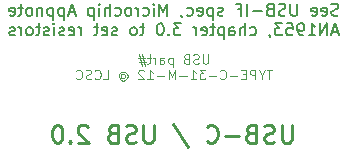
<source format=gbr>
G04 #@! TF.GenerationSoftware,KiCad,Pcbnew,(5.1.2-1)-1*
G04 #@! TF.CreationDate,2020-04-25T00:14:51+02:00*
G04 #@! TF.ProjectId,USB-C-USB-2.0,5553422d-432d-4555-9342-2d322e302e6b,rev?*
G04 #@! TF.SameCoordinates,Original*
G04 #@! TF.FileFunction,Legend,Bot*
G04 #@! TF.FilePolarity,Positive*
%FSLAX46Y46*%
G04 Gerber Fmt 4.6, Leading zero omitted, Abs format (unit mm)*
G04 Created by KiCad (PCBNEW (5.1.2-1)-1) date 2020-04-25 00:14:51*
%MOMM*%
%LPD*%
G04 APERTURE LIST*
%ADD10C,0.100000*%
%ADD11C,0.250000*%
%ADD12C,0.150000*%
G04 APERTURE END LIST*
D10*
X57514285Y-73711904D02*
X57514285Y-74359523D01*
X57476190Y-74435714D01*
X57438095Y-74473809D01*
X57361904Y-74511904D01*
X57209523Y-74511904D01*
X57133333Y-74473809D01*
X57095238Y-74435714D01*
X57057142Y-74359523D01*
X57057142Y-73711904D01*
X56714285Y-74473809D02*
X56600000Y-74511904D01*
X56409523Y-74511904D01*
X56333333Y-74473809D01*
X56295238Y-74435714D01*
X56257142Y-74359523D01*
X56257142Y-74283333D01*
X56295238Y-74207142D01*
X56333333Y-74169047D01*
X56409523Y-74130952D01*
X56561904Y-74092857D01*
X56638095Y-74054761D01*
X56676190Y-74016666D01*
X56714285Y-73940476D01*
X56714285Y-73864285D01*
X56676190Y-73788095D01*
X56638095Y-73750000D01*
X56561904Y-73711904D01*
X56371428Y-73711904D01*
X56257142Y-73750000D01*
X55647619Y-74092857D02*
X55533333Y-74130952D01*
X55495238Y-74169047D01*
X55457142Y-74245238D01*
X55457142Y-74359523D01*
X55495238Y-74435714D01*
X55533333Y-74473809D01*
X55609523Y-74511904D01*
X55914285Y-74511904D01*
X55914285Y-73711904D01*
X55647619Y-73711904D01*
X55571428Y-73750000D01*
X55533333Y-73788095D01*
X55495238Y-73864285D01*
X55495238Y-73940476D01*
X55533333Y-74016666D01*
X55571428Y-74054761D01*
X55647619Y-74092857D01*
X55914285Y-74092857D01*
X54504761Y-73978571D02*
X54504761Y-74778571D01*
X54504761Y-74016666D02*
X54428571Y-73978571D01*
X54276190Y-73978571D01*
X54200000Y-74016666D01*
X54161904Y-74054761D01*
X54123809Y-74130952D01*
X54123809Y-74359523D01*
X54161904Y-74435714D01*
X54200000Y-74473809D01*
X54276190Y-74511904D01*
X54428571Y-74511904D01*
X54504761Y-74473809D01*
X53438095Y-74511904D02*
X53438095Y-74092857D01*
X53476190Y-74016666D01*
X53552380Y-73978571D01*
X53704761Y-73978571D01*
X53780952Y-74016666D01*
X53438095Y-74473809D02*
X53514285Y-74511904D01*
X53704761Y-74511904D01*
X53780952Y-74473809D01*
X53819047Y-74397619D01*
X53819047Y-74321428D01*
X53780952Y-74245238D01*
X53704761Y-74207142D01*
X53514285Y-74207142D01*
X53438095Y-74169047D01*
X53057142Y-74511904D02*
X53057142Y-73978571D01*
X53057142Y-74130952D02*
X53019047Y-74054761D01*
X52980952Y-74016666D01*
X52904761Y-73978571D01*
X52828571Y-73978571D01*
X52676190Y-73978571D02*
X52371428Y-73978571D01*
X52561904Y-73711904D02*
X52561904Y-74397619D01*
X52523809Y-74473809D01*
X52447619Y-74511904D01*
X52371428Y-74511904D01*
X52142857Y-73978571D02*
X51571428Y-73978571D01*
X51914285Y-73635714D02*
X52142857Y-74664285D01*
X51647619Y-74321428D02*
X52219047Y-74321428D01*
X51876190Y-74664285D02*
X51647619Y-73635714D01*
X62923809Y-75011904D02*
X62466666Y-75011904D01*
X62695238Y-75811904D02*
X62695238Y-75011904D01*
X62047619Y-75430952D02*
X62047619Y-75811904D01*
X62314285Y-75011904D02*
X62047619Y-75430952D01*
X61780952Y-75011904D01*
X61514285Y-75811904D02*
X61514285Y-75011904D01*
X61209523Y-75011904D01*
X61133333Y-75050000D01*
X61095238Y-75088095D01*
X61057142Y-75164285D01*
X61057142Y-75278571D01*
X61095238Y-75354761D01*
X61133333Y-75392857D01*
X61209523Y-75430952D01*
X61514285Y-75430952D01*
X60714285Y-75392857D02*
X60447619Y-75392857D01*
X60333333Y-75811904D02*
X60714285Y-75811904D01*
X60714285Y-75011904D01*
X60333333Y-75011904D01*
X59990476Y-75507142D02*
X59380952Y-75507142D01*
X58542857Y-75735714D02*
X58580952Y-75773809D01*
X58695238Y-75811904D01*
X58771428Y-75811904D01*
X58885714Y-75773809D01*
X58961904Y-75697619D01*
X59000000Y-75621428D01*
X59038095Y-75469047D01*
X59038095Y-75354761D01*
X59000000Y-75202380D01*
X58961904Y-75126190D01*
X58885714Y-75050000D01*
X58771428Y-75011904D01*
X58695238Y-75011904D01*
X58580952Y-75050000D01*
X58542857Y-75088095D01*
X58200000Y-75507142D02*
X57590476Y-75507142D01*
X57285714Y-75011904D02*
X56790476Y-75011904D01*
X57057142Y-75316666D01*
X56942857Y-75316666D01*
X56866666Y-75354761D01*
X56828571Y-75392857D01*
X56790476Y-75469047D01*
X56790476Y-75659523D01*
X56828571Y-75735714D01*
X56866666Y-75773809D01*
X56942857Y-75811904D01*
X57171428Y-75811904D01*
X57247619Y-75773809D01*
X57285714Y-75735714D01*
X56028571Y-75811904D02*
X56485714Y-75811904D01*
X56257142Y-75811904D02*
X56257142Y-75011904D01*
X56333333Y-75126190D01*
X56409523Y-75202380D01*
X56485714Y-75240476D01*
X55685714Y-75507142D02*
X55076190Y-75507142D01*
X54695238Y-75811904D02*
X54695238Y-75011904D01*
X54428571Y-75583333D01*
X54161904Y-75011904D01*
X54161904Y-75811904D01*
X53780952Y-75507142D02*
X53171428Y-75507142D01*
X52371428Y-75811904D02*
X52828571Y-75811904D01*
X52600000Y-75811904D02*
X52600000Y-75011904D01*
X52676190Y-75126190D01*
X52752380Y-75202380D01*
X52828571Y-75240476D01*
X52066666Y-75088095D02*
X52028571Y-75050000D01*
X51952380Y-75011904D01*
X51761904Y-75011904D01*
X51685714Y-75050000D01*
X51647619Y-75088095D01*
X51609523Y-75164285D01*
X51609523Y-75240476D01*
X51647619Y-75354761D01*
X52104761Y-75811904D01*
X51609523Y-75811904D01*
X50161904Y-75430952D02*
X50200000Y-75392857D01*
X50276190Y-75354761D01*
X50352380Y-75354761D01*
X50428571Y-75392857D01*
X50466666Y-75430952D01*
X50504761Y-75507142D01*
X50504761Y-75583333D01*
X50466666Y-75659523D01*
X50428571Y-75697619D01*
X50352380Y-75735714D01*
X50276190Y-75735714D01*
X50200000Y-75697619D01*
X50161904Y-75659523D01*
X50161904Y-75354761D02*
X50161904Y-75659523D01*
X50123809Y-75697619D01*
X50085714Y-75697619D01*
X50009523Y-75659523D01*
X49971428Y-75583333D01*
X49971428Y-75392857D01*
X50047619Y-75278571D01*
X50161904Y-75202380D01*
X50314285Y-75164285D01*
X50466666Y-75202380D01*
X50580952Y-75278571D01*
X50657142Y-75392857D01*
X50695238Y-75545238D01*
X50657142Y-75697619D01*
X50580952Y-75811904D01*
X50466666Y-75888095D01*
X50314285Y-75926190D01*
X50161904Y-75888095D01*
X50047619Y-75811904D01*
X48638095Y-75811904D02*
X49019047Y-75811904D01*
X49019047Y-75011904D01*
X47914285Y-75735714D02*
X47952380Y-75773809D01*
X48066666Y-75811904D01*
X48142857Y-75811904D01*
X48257142Y-75773809D01*
X48333333Y-75697619D01*
X48371428Y-75621428D01*
X48409523Y-75469047D01*
X48409523Y-75354761D01*
X48371428Y-75202380D01*
X48333333Y-75126190D01*
X48257142Y-75050000D01*
X48142857Y-75011904D01*
X48066666Y-75011904D01*
X47952380Y-75050000D01*
X47914285Y-75088095D01*
X47609523Y-75773809D02*
X47495238Y-75811904D01*
X47304761Y-75811904D01*
X47228571Y-75773809D01*
X47190476Y-75735714D01*
X47152380Y-75659523D01*
X47152380Y-75583333D01*
X47190476Y-75507142D01*
X47228571Y-75469047D01*
X47304761Y-75430952D01*
X47457142Y-75392857D01*
X47533333Y-75354761D01*
X47571428Y-75316666D01*
X47609523Y-75240476D01*
X47609523Y-75164285D01*
X47571428Y-75088095D01*
X47533333Y-75050000D01*
X47457142Y-75011904D01*
X47266666Y-75011904D01*
X47152380Y-75050000D01*
X46352380Y-75735714D02*
X46390476Y-75773809D01*
X46504761Y-75811904D01*
X46580952Y-75811904D01*
X46695238Y-75773809D01*
X46771428Y-75697619D01*
X46809523Y-75621428D01*
X46847619Y-75469047D01*
X46847619Y-75354761D01*
X46809523Y-75202380D01*
X46771428Y-75126190D01*
X46695238Y-75050000D01*
X46580952Y-75011904D01*
X46504761Y-75011904D01*
X46390476Y-75050000D01*
X46352380Y-75088095D01*
D11*
X64607142Y-79678571D02*
X64607142Y-80892857D01*
X64535714Y-81035714D01*
X64464285Y-81107142D01*
X64321428Y-81178571D01*
X64035714Y-81178571D01*
X63892857Y-81107142D01*
X63821428Y-81035714D01*
X63750000Y-80892857D01*
X63750000Y-79678571D01*
X63107142Y-81107142D02*
X62892857Y-81178571D01*
X62535714Y-81178571D01*
X62392857Y-81107142D01*
X62321428Y-81035714D01*
X62250000Y-80892857D01*
X62250000Y-80750000D01*
X62321428Y-80607142D01*
X62392857Y-80535714D01*
X62535714Y-80464285D01*
X62821428Y-80392857D01*
X62964285Y-80321428D01*
X63035714Y-80250000D01*
X63107142Y-80107142D01*
X63107142Y-79964285D01*
X63035714Y-79821428D01*
X62964285Y-79750000D01*
X62821428Y-79678571D01*
X62464285Y-79678571D01*
X62250000Y-79750000D01*
X61107142Y-80392857D02*
X60892857Y-80464285D01*
X60821428Y-80535714D01*
X60749999Y-80678571D01*
X60749999Y-80892857D01*
X60821428Y-81035714D01*
X60892857Y-81107142D01*
X61035714Y-81178571D01*
X61607142Y-81178571D01*
X61607142Y-79678571D01*
X61107142Y-79678571D01*
X60964285Y-79750000D01*
X60892857Y-79821428D01*
X60821428Y-79964285D01*
X60821428Y-80107142D01*
X60892857Y-80250000D01*
X60964285Y-80321428D01*
X61107142Y-80392857D01*
X61607142Y-80392857D01*
X60107142Y-80607142D02*
X58964285Y-80607142D01*
X57392857Y-81035714D02*
X57464285Y-81107142D01*
X57678571Y-81178571D01*
X57821428Y-81178571D01*
X58035714Y-81107142D01*
X58178571Y-80964285D01*
X58249999Y-80821428D01*
X58321428Y-80535714D01*
X58321428Y-80321428D01*
X58249999Y-80035714D01*
X58178571Y-79892857D01*
X58035714Y-79750000D01*
X57821428Y-79678571D01*
X57678571Y-79678571D01*
X57464285Y-79750000D01*
X57392857Y-79821428D01*
X54535714Y-79607142D02*
X55821428Y-81535714D01*
X52892857Y-79678571D02*
X52892857Y-80892857D01*
X52821428Y-81035714D01*
X52750000Y-81107142D01*
X52607142Y-81178571D01*
X52321428Y-81178571D01*
X52178571Y-81107142D01*
X52107142Y-81035714D01*
X52035714Y-80892857D01*
X52035714Y-79678571D01*
X51392857Y-81107142D02*
X51178571Y-81178571D01*
X50821428Y-81178571D01*
X50678571Y-81107142D01*
X50607142Y-81035714D01*
X50535714Y-80892857D01*
X50535714Y-80750000D01*
X50607142Y-80607142D01*
X50678571Y-80535714D01*
X50821428Y-80464285D01*
X51107142Y-80392857D01*
X51250000Y-80321428D01*
X51321428Y-80250000D01*
X51392857Y-80107142D01*
X51392857Y-79964285D01*
X51321428Y-79821428D01*
X51250000Y-79750000D01*
X51107142Y-79678571D01*
X50750000Y-79678571D01*
X50535714Y-79750000D01*
X49392857Y-80392857D02*
X49178571Y-80464285D01*
X49107142Y-80535714D01*
X49035714Y-80678571D01*
X49035714Y-80892857D01*
X49107142Y-81035714D01*
X49178571Y-81107142D01*
X49321428Y-81178571D01*
X49892857Y-81178571D01*
X49892857Y-79678571D01*
X49392857Y-79678571D01*
X49250000Y-79750000D01*
X49178571Y-79821428D01*
X49107142Y-79964285D01*
X49107142Y-80107142D01*
X49178571Y-80250000D01*
X49250000Y-80321428D01*
X49392857Y-80392857D01*
X49892857Y-80392857D01*
X47321428Y-79821428D02*
X47250000Y-79750000D01*
X47107142Y-79678571D01*
X46750000Y-79678571D01*
X46607142Y-79750000D01*
X46535714Y-79821428D01*
X46464285Y-79964285D01*
X46464285Y-80107142D01*
X46535714Y-80321428D01*
X47392857Y-81178571D01*
X46464285Y-81178571D01*
X45821428Y-81035714D02*
X45750000Y-81107142D01*
X45821428Y-81178571D01*
X45892857Y-81107142D01*
X45821428Y-81035714D01*
X45821428Y-81178571D01*
X44821428Y-79678571D02*
X44678571Y-79678571D01*
X44535714Y-79750000D01*
X44464285Y-79821428D01*
X44392857Y-79964285D01*
X44321428Y-80250000D01*
X44321428Y-80607142D01*
X44392857Y-80892857D01*
X44464285Y-81035714D01*
X44535714Y-81107142D01*
X44678571Y-81178571D01*
X44821428Y-81178571D01*
X44964285Y-81107142D01*
X45035714Y-81035714D01*
X45107142Y-80892857D01*
X45178571Y-80607142D01*
X45178571Y-80250000D01*
X45107142Y-79964285D01*
X45035714Y-79821428D01*
X44964285Y-79750000D01*
X44821428Y-79678571D01*
D12*
X68528571Y-70379761D02*
X68385714Y-70427380D01*
X68147619Y-70427380D01*
X68052380Y-70379761D01*
X68004761Y-70332142D01*
X67957142Y-70236904D01*
X67957142Y-70141666D01*
X68004761Y-70046428D01*
X68052380Y-69998809D01*
X68147619Y-69951190D01*
X68338095Y-69903571D01*
X68433333Y-69855952D01*
X68480952Y-69808333D01*
X68528571Y-69713095D01*
X68528571Y-69617857D01*
X68480952Y-69522619D01*
X68433333Y-69475000D01*
X68338095Y-69427380D01*
X68100000Y-69427380D01*
X67957142Y-69475000D01*
X67147619Y-70379761D02*
X67242857Y-70427380D01*
X67433333Y-70427380D01*
X67528571Y-70379761D01*
X67576190Y-70284523D01*
X67576190Y-69903571D01*
X67528571Y-69808333D01*
X67433333Y-69760714D01*
X67242857Y-69760714D01*
X67147619Y-69808333D01*
X67100000Y-69903571D01*
X67100000Y-69998809D01*
X67576190Y-70094047D01*
X66290476Y-70379761D02*
X66385714Y-70427380D01*
X66576190Y-70427380D01*
X66671428Y-70379761D01*
X66719047Y-70284523D01*
X66719047Y-69903571D01*
X66671428Y-69808333D01*
X66576190Y-69760714D01*
X66385714Y-69760714D01*
X66290476Y-69808333D01*
X66242857Y-69903571D01*
X66242857Y-69998809D01*
X66719047Y-70094047D01*
X65052380Y-69427380D02*
X65052380Y-70236904D01*
X65004761Y-70332142D01*
X64957142Y-70379761D01*
X64861904Y-70427380D01*
X64671428Y-70427380D01*
X64576190Y-70379761D01*
X64528571Y-70332142D01*
X64480952Y-70236904D01*
X64480952Y-69427380D01*
X64052380Y-70379761D02*
X63909523Y-70427380D01*
X63671428Y-70427380D01*
X63576190Y-70379761D01*
X63528571Y-70332142D01*
X63480952Y-70236904D01*
X63480952Y-70141666D01*
X63528571Y-70046428D01*
X63576190Y-69998809D01*
X63671428Y-69951190D01*
X63861904Y-69903571D01*
X63957142Y-69855952D01*
X64004761Y-69808333D01*
X64052380Y-69713095D01*
X64052380Y-69617857D01*
X64004761Y-69522619D01*
X63957142Y-69475000D01*
X63861904Y-69427380D01*
X63623809Y-69427380D01*
X63480952Y-69475000D01*
X62719047Y-69903571D02*
X62576190Y-69951190D01*
X62528571Y-69998809D01*
X62480952Y-70094047D01*
X62480952Y-70236904D01*
X62528571Y-70332142D01*
X62576190Y-70379761D01*
X62671428Y-70427380D01*
X63052380Y-70427380D01*
X63052380Y-69427380D01*
X62719047Y-69427380D01*
X62623809Y-69475000D01*
X62576190Y-69522619D01*
X62528571Y-69617857D01*
X62528571Y-69713095D01*
X62576190Y-69808333D01*
X62623809Y-69855952D01*
X62719047Y-69903571D01*
X63052380Y-69903571D01*
X62052380Y-70046428D02*
X61290476Y-70046428D01*
X60814285Y-70427380D02*
X60814285Y-69427380D01*
X60004761Y-69903571D02*
X60338095Y-69903571D01*
X60338095Y-70427380D02*
X60338095Y-69427380D01*
X59861904Y-69427380D01*
X58766666Y-70379761D02*
X58671428Y-70427380D01*
X58480952Y-70427380D01*
X58385714Y-70379761D01*
X58338095Y-70284523D01*
X58338095Y-70236904D01*
X58385714Y-70141666D01*
X58480952Y-70094047D01*
X58623809Y-70094047D01*
X58719047Y-70046428D01*
X58766666Y-69951190D01*
X58766666Y-69903571D01*
X58719047Y-69808333D01*
X58623809Y-69760714D01*
X58480952Y-69760714D01*
X58385714Y-69808333D01*
X57909523Y-69760714D02*
X57909523Y-70760714D01*
X57909523Y-69808333D02*
X57814285Y-69760714D01*
X57623809Y-69760714D01*
X57528571Y-69808333D01*
X57480952Y-69855952D01*
X57433333Y-69951190D01*
X57433333Y-70236904D01*
X57480952Y-70332142D01*
X57528571Y-70379761D01*
X57623809Y-70427380D01*
X57814285Y-70427380D01*
X57909523Y-70379761D01*
X56623809Y-70379761D02*
X56719047Y-70427380D01*
X56909523Y-70427380D01*
X57004761Y-70379761D01*
X57052380Y-70284523D01*
X57052380Y-69903571D01*
X57004761Y-69808333D01*
X56909523Y-69760714D01*
X56719047Y-69760714D01*
X56623809Y-69808333D01*
X56576190Y-69903571D01*
X56576190Y-69998809D01*
X57052380Y-70094047D01*
X55719047Y-70379761D02*
X55814285Y-70427380D01*
X56004761Y-70427380D01*
X56100000Y-70379761D01*
X56147619Y-70332142D01*
X56195238Y-70236904D01*
X56195238Y-69951190D01*
X56147619Y-69855952D01*
X56100000Y-69808333D01*
X56004761Y-69760714D01*
X55814285Y-69760714D01*
X55719047Y-69808333D01*
X55242857Y-70379761D02*
X55242857Y-70427380D01*
X55290476Y-70522619D01*
X55338095Y-70570238D01*
X54052380Y-70427380D02*
X54052380Y-69427380D01*
X53719047Y-70141666D01*
X53385714Y-69427380D01*
X53385714Y-70427380D01*
X52909523Y-70427380D02*
X52909523Y-69760714D01*
X52909523Y-69427380D02*
X52957142Y-69475000D01*
X52909523Y-69522619D01*
X52861904Y-69475000D01*
X52909523Y-69427380D01*
X52909523Y-69522619D01*
X52004761Y-70379761D02*
X52100000Y-70427380D01*
X52290476Y-70427380D01*
X52385714Y-70379761D01*
X52433333Y-70332142D01*
X52480952Y-70236904D01*
X52480952Y-69951190D01*
X52433333Y-69855952D01*
X52385714Y-69808333D01*
X52290476Y-69760714D01*
X52100000Y-69760714D01*
X52004761Y-69808333D01*
X51576190Y-70427380D02*
X51576190Y-69760714D01*
X51576190Y-69951190D02*
X51528571Y-69855952D01*
X51480952Y-69808333D01*
X51385714Y-69760714D01*
X51290476Y-69760714D01*
X50814285Y-70427380D02*
X50909523Y-70379761D01*
X50957142Y-70332142D01*
X51004761Y-70236904D01*
X51004761Y-69951190D01*
X50957142Y-69855952D01*
X50909523Y-69808333D01*
X50814285Y-69760714D01*
X50671428Y-69760714D01*
X50576190Y-69808333D01*
X50528571Y-69855952D01*
X50480952Y-69951190D01*
X50480952Y-70236904D01*
X50528571Y-70332142D01*
X50576190Y-70379761D01*
X50671428Y-70427380D01*
X50814285Y-70427380D01*
X49623809Y-70379761D02*
X49719047Y-70427380D01*
X49909523Y-70427380D01*
X50004761Y-70379761D01*
X50052380Y-70332142D01*
X50100000Y-70236904D01*
X50100000Y-69951190D01*
X50052380Y-69855952D01*
X50004761Y-69808333D01*
X49909523Y-69760714D01*
X49719047Y-69760714D01*
X49623809Y-69808333D01*
X49195238Y-70427380D02*
X49195238Y-69427380D01*
X48766666Y-70427380D02*
X48766666Y-69903571D01*
X48814285Y-69808333D01*
X48909523Y-69760714D01*
X49052380Y-69760714D01*
X49147619Y-69808333D01*
X49195238Y-69855952D01*
X48290476Y-70427380D02*
X48290476Y-69760714D01*
X48290476Y-69427380D02*
X48338095Y-69475000D01*
X48290476Y-69522619D01*
X48242857Y-69475000D01*
X48290476Y-69427380D01*
X48290476Y-69522619D01*
X47814285Y-69760714D02*
X47814285Y-70760714D01*
X47814285Y-69808333D02*
X47719047Y-69760714D01*
X47528571Y-69760714D01*
X47433333Y-69808333D01*
X47385714Y-69855952D01*
X47338095Y-69951190D01*
X47338095Y-70236904D01*
X47385714Y-70332142D01*
X47433333Y-70379761D01*
X47528571Y-70427380D01*
X47719047Y-70427380D01*
X47814285Y-70379761D01*
X46195238Y-70141666D02*
X45719047Y-70141666D01*
X46290476Y-70427380D02*
X45957142Y-69427380D01*
X45623809Y-70427380D01*
X45290476Y-69760714D02*
X45290476Y-70760714D01*
X45290476Y-69808333D02*
X45195238Y-69760714D01*
X45004761Y-69760714D01*
X44909523Y-69808333D01*
X44861904Y-69855952D01*
X44814285Y-69951190D01*
X44814285Y-70236904D01*
X44861904Y-70332142D01*
X44909523Y-70379761D01*
X45004761Y-70427380D01*
X45195238Y-70427380D01*
X45290476Y-70379761D01*
X44385714Y-69760714D02*
X44385714Y-70760714D01*
X44385714Y-69808333D02*
X44290476Y-69760714D01*
X44100000Y-69760714D01*
X44004761Y-69808333D01*
X43957142Y-69855952D01*
X43909523Y-69951190D01*
X43909523Y-70236904D01*
X43957142Y-70332142D01*
X44004761Y-70379761D01*
X44100000Y-70427380D01*
X44290476Y-70427380D01*
X44385714Y-70379761D01*
X43480952Y-69760714D02*
X43480952Y-70427380D01*
X43480952Y-69855952D02*
X43433333Y-69808333D01*
X43338095Y-69760714D01*
X43195238Y-69760714D01*
X43100000Y-69808333D01*
X43052380Y-69903571D01*
X43052380Y-70427380D01*
X42433333Y-70427380D02*
X42528571Y-70379761D01*
X42576190Y-70332142D01*
X42623809Y-70236904D01*
X42623809Y-69951190D01*
X42576190Y-69855952D01*
X42528571Y-69808333D01*
X42433333Y-69760714D01*
X42290476Y-69760714D01*
X42195238Y-69808333D01*
X42147619Y-69855952D01*
X42100000Y-69951190D01*
X42100000Y-70236904D01*
X42147619Y-70332142D01*
X42195238Y-70379761D01*
X42290476Y-70427380D01*
X42433333Y-70427380D01*
X41814285Y-69760714D02*
X41433333Y-69760714D01*
X41671428Y-69427380D02*
X41671428Y-70284523D01*
X41623809Y-70379761D01*
X41528571Y-70427380D01*
X41433333Y-70427380D01*
X40719047Y-70379761D02*
X40814285Y-70427380D01*
X41004761Y-70427380D01*
X41100000Y-70379761D01*
X41147619Y-70284523D01*
X41147619Y-69903571D01*
X41100000Y-69808333D01*
X41004761Y-69760714D01*
X40814285Y-69760714D01*
X40719047Y-69808333D01*
X40671428Y-69903571D01*
X40671428Y-69998809D01*
X41147619Y-70094047D01*
X68504761Y-71791666D02*
X68028571Y-71791666D01*
X68600000Y-72077380D02*
X68266666Y-71077380D01*
X67933333Y-72077380D01*
X67600000Y-72077380D02*
X67600000Y-71077380D01*
X67028571Y-72077380D01*
X67028571Y-71077380D01*
X66028571Y-72077380D02*
X66600000Y-72077380D01*
X66314285Y-72077380D02*
X66314285Y-71077380D01*
X66409523Y-71220238D01*
X66504761Y-71315476D01*
X66600000Y-71363095D01*
X65552380Y-72077380D02*
X65361904Y-72077380D01*
X65266666Y-72029761D01*
X65219047Y-71982142D01*
X65123809Y-71839285D01*
X65076190Y-71648809D01*
X65076190Y-71267857D01*
X65123809Y-71172619D01*
X65171428Y-71125000D01*
X65266666Y-71077380D01*
X65457142Y-71077380D01*
X65552380Y-71125000D01*
X65600000Y-71172619D01*
X65647619Y-71267857D01*
X65647619Y-71505952D01*
X65600000Y-71601190D01*
X65552380Y-71648809D01*
X65457142Y-71696428D01*
X65266666Y-71696428D01*
X65171428Y-71648809D01*
X65123809Y-71601190D01*
X65076190Y-71505952D01*
X64171428Y-71077380D02*
X64647619Y-71077380D01*
X64695238Y-71553571D01*
X64647619Y-71505952D01*
X64552380Y-71458333D01*
X64314285Y-71458333D01*
X64219047Y-71505952D01*
X64171428Y-71553571D01*
X64123809Y-71648809D01*
X64123809Y-71886904D01*
X64171428Y-71982142D01*
X64219047Y-72029761D01*
X64314285Y-72077380D01*
X64552380Y-72077380D01*
X64647619Y-72029761D01*
X64695238Y-71982142D01*
X63790476Y-71077380D02*
X63171428Y-71077380D01*
X63504761Y-71458333D01*
X63361904Y-71458333D01*
X63266666Y-71505952D01*
X63219047Y-71553571D01*
X63171428Y-71648809D01*
X63171428Y-71886904D01*
X63219047Y-71982142D01*
X63266666Y-72029761D01*
X63361904Y-72077380D01*
X63647619Y-72077380D01*
X63742857Y-72029761D01*
X63790476Y-71982142D01*
X62695238Y-72029761D02*
X62695238Y-72077380D01*
X62742857Y-72172619D01*
X62790476Y-72220238D01*
X61076190Y-72029761D02*
X61171428Y-72077380D01*
X61361904Y-72077380D01*
X61457142Y-72029761D01*
X61504761Y-71982142D01*
X61552380Y-71886904D01*
X61552380Y-71601190D01*
X61504761Y-71505952D01*
X61457142Y-71458333D01*
X61361904Y-71410714D01*
X61171428Y-71410714D01*
X61076190Y-71458333D01*
X60647619Y-72077380D02*
X60647619Y-71077380D01*
X60219047Y-72077380D02*
X60219047Y-71553571D01*
X60266666Y-71458333D01*
X60361904Y-71410714D01*
X60504761Y-71410714D01*
X60600000Y-71458333D01*
X60647619Y-71505952D01*
X59314285Y-72077380D02*
X59314285Y-71553571D01*
X59361904Y-71458333D01*
X59457142Y-71410714D01*
X59647619Y-71410714D01*
X59742857Y-71458333D01*
X59314285Y-72029761D02*
X59409523Y-72077380D01*
X59647619Y-72077380D01*
X59742857Y-72029761D01*
X59790476Y-71934523D01*
X59790476Y-71839285D01*
X59742857Y-71744047D01*
X59647619Y-71696428D01*
X59409523Y-71696428D01*
X59314285Y-71648809D01*
X58838095Y-71410714D02*
X58838095Y-72410714D01*
X58838095Y-71458333D02*
X58742857Y-71410714D01*
X58552380Y-71410714D01*
X58457142Y-71458333D01*
X58409523Y-71505952D01*
X58361904Y-71601190D01*
X58361904Y-71886904D01*
X58409523Y-71982142D01*
X58457142Y-72029761D01*
X58552380Y-72077380D01*
X58742857Y-72077380D01*
X58838095Y-72029761D01*
X58076190Y-71410714D02*
X57695238Y-71410714D01*
X57933333Y-71077380D02*
X57933333Y-71934523D01*
X57885714Y-72029761D01*
X57790476Y-72077380D01*
X57695238Y-72077380D01*
X56980952Y-72029761D02*
X57076190Y-72077380D01*
X57266666Y-72077380D01*
X57361904Y-72029761D01*
X57409523Y-71934523D01*
X57409523Y-71553571D01*
X57361904Y-71458333D01*
X57266666Y-71410714D01*
X57076190Y-71410714D01*
X56980952Y-71458333D01*
X56933333Y-71553571D01*
X56933333Y-71648809D01*
X57409523Y-71744047D01*
X56504761Y-72077380D02*
X56504761Y-71410714D01*
X56504761Y-71601190D02*
X56457142Y-71505952D01*
X56409523Y-71458333D01*
X56314285Y-71410714D01*
X56219047Y-71410714D01*
X55219047Y-71077380D02*
X54600000Y-71077380D01*
X54933333Y-71458333D01*
X54790476Y-71458333D01*
X54695238Y-71505952D01*
X54647619Y-71553571D01*
X54600000Y-71648809D01*
X54600000Y-71886904D01*
X54647619Y-71982142D01*
X54695238Y-72029761D01*
X54790476Y-72077380D01*
X55076190Y-72077380D01*
X55171428Y-72029761D01*
X55219047Y-71982142D01*
X54171428Y-71982142D02*
X54123809Y-72029761D01*
X54171428Y-72077380D01*
X54219047Y-72029761D01*
X54171428Y-71982142D01*
X54171428Y-72077380D01*
X53504761Y-71077380D02*
X53409523Y-71077380D01*
X53314285Y-71125000D01*
X53266666Y-71172619D01*
X53219047Y-71267857D01*
X53171428Y-71458333D01*
X53171428Y-71696428D01*
X53219047Y-71886904D01*
X53266666Y-71982142D01*
X53314285Y-72029761D01*
X53409523Y-72077380D01*
X53504761Y-72077380D01*
X53600000Y-72029761D01*
X53647619Y-71982142D01*
X53695238Y-71886904D01*
X53742857Y-71696428D01*
X53742857Y-71458333D01*
X53695238Y-71267857D01*
X53647619Y-71172619D01*
X53600000Y-71125000D01*
X53504761Y-71077380D01*
X52123809Y-71410714D02*
X51742857Y-71410714D01*
X51980952Y-71077380D02*
X51980952Y-71934523D01*
X51933333Y-72029761D01*
X51838095Y-72077380D01*
X51742857Y-72077380D01*
X51266666Y-72077380D02*
X51361904Y-72029761D01*
X51409523Y-71982142D01*
X51457142Y-71886904D01*
X51457142Y-71601190D01*
X51409523Y-71505952D01*
X51361904Y-71458333D01*
X51266666Y-71410714D01*
X51123809Y-71410714D01*
X51028571Y-71458333D01*
X50980952Y-71505952D01*
X50933333Y-71601190D01*
X50933333Y-71886904D01*
X50980952Y-71982142D01*
X51028571Y-72029761D01*
X51123809Y-72077380D01*
X51266666Y-72077380D01*
X49790476Y-72029761D02*
X49695238Y-72077380D01*
X49504761Y-72077380D01*
X49409523Y-72029761D01*
X49361904Y-71934523D01*
X49361904Y-71886904D01*
X49409523Y-71791666D01*
X49504761Y-71744047D01*
X49647619Y-71744047D01*
X49742857Y-71696428D01*
X49790476Y-71601190D01*
X49790476Y-71553571D01*
X49742857Y-71458333D01*
X49647619Y-71410714D01*
X49504761Y-71410714D01*
X49409523Y-71458333D01*
X48552380Y-72029761D02*
X48647619Y-72077380D01*
X48838095Y-72077380D01*
X48933333Y-72029761D01*
X48980952Y-71934523D01*
X48980952Y-71553571D01*
X48933333Y-71458333D01*
X48838095Y-71410714D01*
X48647619Y-71410714D01*
X48552380Y-71458333D01*
X48504761Y-71553571D01*
X48504761Y-71648809D01*
X48980952Y-71744047D01*
X48219047Y-71410714D02*
X47838095Y-71410714D01*
X48076190Y-71077380D02*
X48076190Y-71934523D01*
X48028571Y-72029761D01*
X47933333Y-72077380D01*
X47838095Y-72077380D01*
X46742857Y-72077380D02*
X46742857Y-71410714D01*
X46742857Y-71601190D02*
X46695238Y-71505952D01*
X46647619Y-71458333D01*
X46552380Y-71410714D01*
X46457142Y-71410714D01*
X45742857Y-72029761D02*
X45838095Y-72077380D01*
X46028571Y-72077380D01*
X46123809Y-72029761D01*
X46171428Y-71934523D01*
X46171428Y-71553571D01*
X46123809Y-71458333D01*
X46028571Y-71410714D01*
X45838095Y-71410714D01*
X45742857Y-71458333D01*
X45695238Y-71553571D01*
X45695238Y-71648809D01*
X46171428Y-71744047D01*
X45314285Y-72029761D02*
X45219047Y-72077380D01*
X45028571Y-72077380D01*
X44933333Y-72029761D01*
X44885714Y-71934523D01*
X44885714Y-71886904D01*
X44933333Y-71791666D01*
X45028571Y-71744047D01*
X45171428Y-71744047D01*
X45266666Y-71696428D01*
X45314285Y-71601190D01*
X45314285Y-71553571D01*
X45266666Y-71458333D01*
X45171428Y-71410714D01*
X45028571Y-71410714D01*
X44933333Y-71458333D01*
X44457142Y-72077380D02*
X44457142Y-71410714D01*
X44457142Y-71077380D02*
X44504761Y-71125000D01*
X44457142Y-71172619D01*
X44409523Y-71125000D01*
X44457142Y-71077380D01*
X44457142Y-71172619D01*
X44028571Y-72029761D02*
X43933333Y-72077380D01*
X43742857Y-72077380D01*
X43647619Y-72029761D01*
X43600000Y-71934523D01*
X43600000Y-71886904D01*
X43647619Y-71791666D01*
X43742857Y-71744047D01*
X43885714Y-71744047D01*
X43980952Y-71696428D01*
X44028571Y-71601190D01*
X44028571Y-71553571D01*
X43980952Y-71458333D01*
X43885714Y-71410714D01*
X43742857Y-71410714D01*
X43647619Y-71458333D01*
X43314285Y-71410714D02*
X42933333Y-71410714D01*
X43171428Y-71077380D02*
X43171428Y-71934523D01*
X43123809Y-72029761D01*
X43028571Y-72077380D01*
X42933333Y-72077380D01*
X42457142Y-72077380D02*
X42552380Y-72029761D01*
X42600000Y-71982142D01*
X42647619Y-71886904D01*
X42647619Y-71601190D01*
X42600000Y-71505952D01*
X42552380Y-71458333D01*
X42457142Y-71410714D01*
X42314285Y-71410714D01*
X42219047Y-71458333D01*
X42171428Y-71505952D01*
X42123809Y-71601190D01*
X42123809Y-71886904D01*
X42171428Y-71982142D01*
X42219047Y-72029761D01*
X42314285Y-72077380D01*
X42457142Y-72077380D01*
X41695238Y-72077380D02*
X41695238Y-71410714D01*
X41695238Y-71601190D02*
X41647619Y-71505952D01*
X41600000Y-71458333D01*
X41504761Y-71410714D01*
X41409523Y-71410714D01*
X41123809Y-72029761D02*
X41028571Y-72077380D01*
X40838095Y-72077380D01*
X40742857Y-72029761D01*
X40695238Y-71934523D01*
X40695238Y-71886904D01*
X40742857Y-71791666D01*
X40838095Y-71744047D01*
X40980952Y-71744047D01*
X41076190Y-71696428D01*
X41123809Y-71601190D01*
X41123809Y-71553571D01*
X41076190Y-71458333D01*
X40980952Y-71410714D01*
X40838095Y-71410714D01*
X40742857Y-71458333D01*
M02*

</source>
